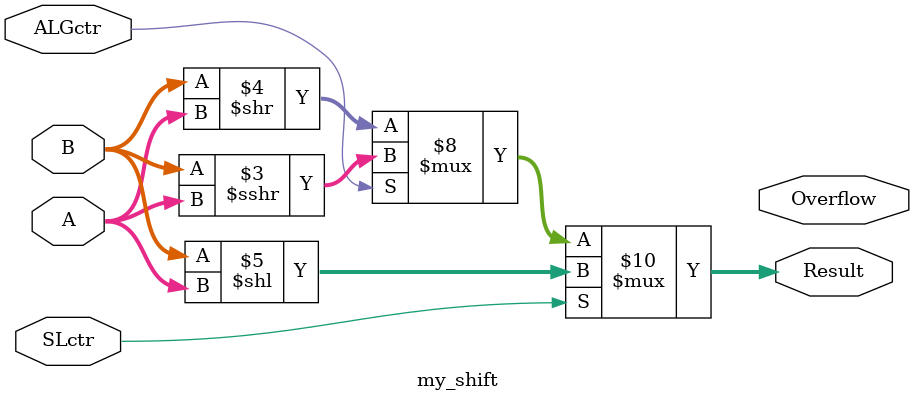
<source format=v>
`timescale 1ns / 1ps
/*
 *=============================================================================
 *    Filename:my_shift.v
 *
 *     Version: 1.0
 *  Created on: July 15, 2016
 *    
 *      Author: corvo
 *=============================================================================
 */
 
module my_shift(
    Result,
    Overflow,
    A, 
    B, 
    SLctr,
    ALGctr
    );
    output[31:0] Result;
    output Overflow;

    reg[31:0] Result;

    input[31:0] A, B;
    input SLctr, ALGctr;

    always @* begin
        if (!SLctr) begin
            if (ALGctr) begin
                Result <= B >>> A;
            end else
                Result <= B >> A;
        end else
            Result <= B << A;
    end
    

endmodule

</source>
